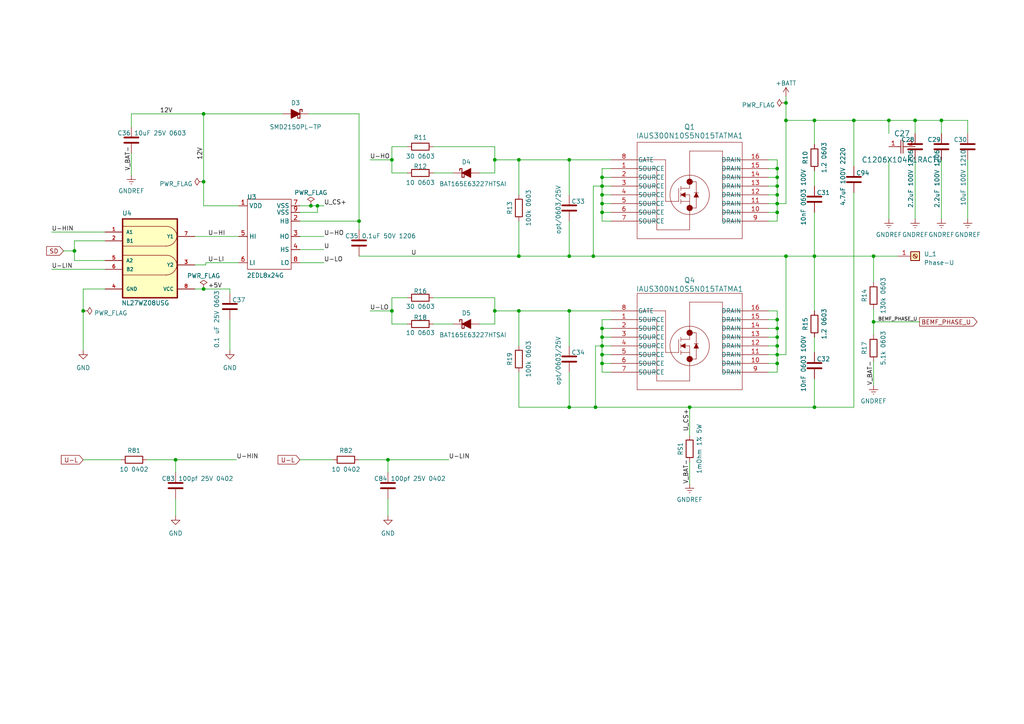
<source format=kicad_sch>
(kicad_sch (version 20231120) (generator "eeschema") (generator_version "8.0")
  (paper "A4")
  (lib_symbols
    (symbol "2EDL8124G:2EDL8124G"
      (property "Reference" "U3" (at -5.08 11.43 0))
      (property "Value" "2EDL8x24G" (at -1.143 -10.668 0))
      (symbol "2EDL8124G_0_1"
        (rectangle (start -6.35 10.795) (end 6.35 -9.525))
      )
      (symbol "2EDL8124G_1_1"
        (pin power_in line (at -8.89 8.89 0) (length 2.54) (name "VDD") (number "1"))
        (pin output line (at 8.89 4.445 180) (length 2.54) (name "HB") (number "2"))
        (pin output line (at 8.89 0 180) (length 2.54) (name "HO") (number "3"))
        (pin output line (at 8.89 -3.81 180) (length 2.54) (name "HS") (number "4"))
        (pin input line (at -8.89 0 0) (length 2.54) (name "HI") (number "5"))
        (pin input line (at -8.89 -7.62 0) (length 2.54) (name "LI") (number "6"))
        (pin power_in line (at 8.89 8.89 180) (length 2.54) (name "VSS") (number "7"))
        (pin output line (at 8.89 -7.62 180) (length 2.54) (name "LO") (number "8"))
        (pin power_in line (at 8.89 6.985 180) (length 2.54) (name "VSS") (number "9"))
      )
    )
    (symbol "C1:C1206X104K1RACTU" (pin_names (offset 0.254))
      (property "Reference" "C" (at 3.81 3.81 0))
      (property "Value" "C1206X104K1RACTU" (at 3.81 -3.81 0))
      (symbol "C1206X104K1RACTU_1_1"
        (polyline (pts (xy 2.54 0) (xy 3.4798 0)) (stroke (width 0.2032)))
        (polyline (pts (xy 3.4798 -1.905) (xy 3.4798 1.905)) (stroke (width 0.2032)))
        (polyline (pts (xy 4.1148 -1.905) (xy 4.1148 1.905)) (stroke (width 0.2032)))
        (polyline (pts (xy 4.1148 0) (xy 5.08 0)) (stroke (width 0.2032)))
        (pin unspecified line (at 0 0 0) (length 2.54) (name "") (number "1"))
        (pin unspecified line (at 7.62 0 180) (length 2.54) (name "") (number "2"))
      )
      (symbol "C1206X104K1RACTU_1_2"
        (polyline (pts (xy -1.905 -4.1148) (xy 1.905 -4.1148)) (stroke (width 0.2032)))
        (polyline (pts (xy -1.905 -3.4798) (xy 1.905 -3.4798)) (stroke (width 0.2032)))
        (polyline (pts (xy 0 -4.1148) (xy 0 -5.08)) (stroke (width 0.2032)))
        (polyline (pts (xy 0 -2.54) (xy 0 -3.4798)) (stroke (width 0.2032)))
        (pin unspecified line (at 0 0 270) (length 2.54) (name "") (number "1"))
        (pin unspecified line (at 0 -7.62 90) (length 2.54) (name "") (number "2"))
      )
    )
    (symbol "Connector:Screw_Terminal_01x01" (pin_names (offset 1.016) hide)
      (property "Reference" "J" (at 0 2.54 0))
      (property "Value" "Screw_Terminal_01x01" (at 0 -2.54 0))
      (symbol "Screw_Terminal_01x01_1_1"
        (rectangle (start -1.27 1.27) (end 1.27 -1.27) (stroke (width 0.254)) (fill (type background)))
        (polyline (pts (xy -0.5334 0.3302) (xy 0.3302 -0.508)) (stroke (width 0.1524)))
        (polyline (pts (xy -0.3556 0.508) (xy 0.508 -0.3302)) (stroke (width 0.1524)))
        (circle (center 0 0) (radius 0.635) (stroke (width 0.1524)))
        (pin passive line (at -5.08 0 0) (length 3.81) (name "Pin_1") (number "1"))
      )
    )
    (symbol "Device:C" (pin_numbers hide) (pin_names (offset 0.254))
      (property "Reference" "C" (at 0.635 2.54 0))
      (property "Value" "C" (at 0.635 -2.54 0))
      (symbol "C_0_1"
        (polyline (pts (xy -2.032 -0.762) (xy 2.032 -0.762)) (stroke (width 0.508)))
        (polyline (pts (xy -2.032 0.762) (xy 2.032 0.762)) (stroke (width 0.508)))
      )
      (symbol "C_1_1"
        (pin passive line (at 0 3.81 270) (length 2.794) (name "~") (number "1"))
        (pin passive line (at 0 -3.81 90) (length 2.794) (name "~") (number "2"))
      )
    )
    (symbol "Device:D_Schottky_Filled" (pin_numbers hide) (pin_names (offset 1.016) hide)
      (property "Reference" "D" (at 0 2.54 0))
      (property "Value" "D_Schottky_Filled" (at 0 -2.54 0))
      (symbol "D_Schottky_Filled_0_1"
        (polyline (pts (xy 1.27 0) (xy -1.27 0)))
        (polyline (pts (xy 1.27 1.27) (xy 1.27 -1.27) (xy -1.27 0) (xy 1.27 1.27)) (stroke (width 0.254)) (fill (type outline)))
        (polyline (pts (xy -1.905 0.635) (xy -1.905 1.27) (xy -1.27 1.27) (xy -1.27 -1.27) (xy -0.635 -1.27) (xy -0.635 -0.635)) (stroke (width 0.254)))
      )
      (symbol "D_Schottky_Filled_1_1"
        (pin passive line (at -3.81 0 0) (length 2.54) (name "K") (number "1"))
        (pin passive line (at 3.81 0 180) (length 2.54) (name "A") (number "2"))
      )
    )
    (symbol "Device:R" (pin_numbers hide) (pin_names (offset 0))
      (property "Reference" "R" (at 2.032 0 90))
      (property "Value" "R" (at 0 0 90))
      (symbol "R_0_1"
        (rectangle (start -1.016 -2.54) (end 1.016 2.54) (stroke (width 0.254)))
      )
      (symbol "R_1_1"
        (pin passive line (at 0 3.81 270) (length 1.27) (name "~") (number "1"))
        (pin passive line (at 0 -3.81 90) (length 1.27) (name "~") (number "2"))
      )
    )
    (symbol "IAUS300N10S5N015T:IAUS300N10S5N015TATMA1" (pin_names (offset 0.254))
      (property "Reference" "Q1" (at 22.86 12.065 0))
      (property "Value" "IAUS300N10S5N015TATMA1" (at 22.86 9.525 0))
      (symbol "IAUS300N10S5N015TATMA1_0_1"
        (polyline (pts (xy 7.62 -20.32) (xy 38.1 -20.32)) (stroke (width 0.127)))
        (polyline (pts (xy 7.62 -12.7) (xy 13.335 -12.7)) (stroke (width 0.127)))
        (polyline (pts (xy 7.62 -10.16) (xy 13.335 -10.16)) (stroke (width 0.127)))
        (polyline (pts (xy 7.62 -7.62) (xy 13.335 -7.62)) (stroke (width 0.127)))
        (polyline (pts (xy 7.62 -5.08) (xy 13.335 -5.08)) (stroke (width 0.127)))
        (polyline (pts (xy 7.62 -2.54) (xy 13.335 -2.54)) (stroke (width 0.127)))
        (polyline (pts (xy 7.62 0) (xy 13.335 0)) (stroke (width 0.127)))
        (polyline (pts (xy 7.62 2.54) (xy 15.875 2.54)) (stroke (width 0.127)))
        (polyline (pts (xy 7.62 7.62) (xy 7.62 -20.32)) (stroke (width 0.127)))
        (polyline (pts (xy 13.335 -17.78) (xy 22.86 -17.78)) (stroke (width 0.127)))
        (polyline (pts (xy 13.335 -15.24) (xy 7.62 -15.24)) (stroke (width 0.127)))
        (polyline (pts (xy 13.335 0) (xy 13.335 -17.78)) (stroke (width 0.127)))
        (polyline (pts (xy 15.875 -9.525) (xy 15.875 2.54)) (stroke (width 0.127)))
        (polyline (pts (xy 19.685 -9.525) (xy 15.875 -9.525)) (stroke (width 0.127)))
        (polyline (pts (xy 19.685 -5.715) (xy 19.685 -9.525)) (stroke (width 0.127)))
        (polyline (pts (xy 20.32 -9.525) (xy 22.86 -9.525)) (stroke (width 0.127)))
        (polyline (pts (xy 20.32 -8.89) (xy 20.32 -10.16)) (stroke (width 0.127)))
        (polyline (pts (xy 20.32 -7.62) (xy 21.59 -8.255)) (stroke (width 0.127)))
        (polyline (pts (xy 20.32 -7.62) (xy 21.59 -6.985)) (stroke (width 0.127)))
        (polyline (pts (xy 20.32 -6.985) (xy 20.32 -8.255)) (stroke (width 0.127)))
        (polyline (pts (xy 20.32 -6.35) (xy 20.32 -5.08)) (stroke (width 0.127)))
        (polyline (pts (xy 20.32 -5.715) (xy 22.86 -5.715)) (stroke (width 0.127)))
        (polyline (pts (xy 21.59 -6.985) (xy 21.59 -8.255)) (stroke (width 0.127)))
        (polyline (pts (xy 22.86 -11.43) (xy 24.765 -11.43)) (stroke (width 0.127)))
        (polyline (pts (xy 22.86 -7.62) (xy 20.32 -7.62)) (stroke (width 0.127)))
        (polyline (pts (xy 22.86 -7.62) (xy 22.86 -17.78)) (stroke (width 0.127)))
        (polyline (pts (xy 22.86 -5.715) (xy 22.86 5.08)) (stroke (width 0.127)))
        (polyline (pts (xy 22.86 -3.81) (xy 24.765 -3.81)) (stroke (width 0.127)))
        (polyline (pts (xy 24.13 -8.255) (xy 25.4 -8.255)) (stroke (width 0.127)))
        (polyline (pts (xy 24.13 -6.985) (xy 25.4 -6.985)) (stroke (width 0.127)))
        (polyline (pts (xy 24.765 -11.43) (xy 24.765 -3.81)) (stroke (width 0.127)))
        (polyline (pts (xy 24.765 -6.985) (xy 24.13 -8.255)) (stroke (width 0.127)))
        (polyline (pts (xy 24.765 -6.985) (xy 25.4 -8.255)) (stroke (width 0.127)))
        (polyline (pts (xy 32.385 -15.24) (xy 32.385 5.08)) (stroke (width 0.127)))
        (polyline (pts (xy 32.385 5.08) (xy 22.86 5.08)) (stroke (width 0.127)))
        (polyline (pts (xy 38.1 -20.32) (xy 38.1 7.62)) (stroke (width 0.127)))
        (polyline (pts (xy 38.1 -15.24) (xy 32.385 -15.24)) (stroke (width 0.127)))
        (polyline (pts (xy 38.1 -12.7) (xy 32.385 -12.7)) (stroke (width 0.127)))
        (polyline (pts (xy 38.1 -10.16) (xy 32.385 -10.16)) (stroke (width 0.127)))
        (polyline (pts (xy 38.1 -7.62) (xy 32.385 -7.62)) (stroke (width 0.127)))
        (polyline (pts (xy 38.1 -5.08) (xy 32.385 -5.08)) (stroke (width 0.127)))
        (polyline (pts (xy 38.1 -2.54) (xy 32.385 -2.54)) (stroke (width 0.127)))
        (polyline (pts (xy 38.1 0) (xy 32.385 0)) (stroke (width 0.127)))
        (polyline (pts (xy 38.1 2.54) (xy 32.385 2.54)) (stroke (width 0.127)))
        (polyline (pts (xy 38.1 7.62) (xy 7.62 7.62)) (stroke (width 0.127)))
        (polyline (pts (xy 20.32 -7.62) (xy 21.59 -6.985) (xy 21.59 -8.255)) (fill (type outline)))
        (polyline (pts (xy 24.13 -8.255) (xy 25.4 -8.255) (xy 24.765 -6.985)) (fill (type outline)))
        (circle (center 22.86 -11.43) (radius 0.127) (stroke (width 0.762)))
        (circle (center 22.86 -7.62) (radius 5.715) (stroke (width 0.127)))
        (circle (center 22.86 -3.81) (radius 0.127) (stroke (width 0.762)))
        (pin passive line (at 0 0 0) (length 7.62) (name "SOURCE") (number "1"))
        (pin passive line (at 45.72 -12.7 180) (length 7.62) (name "DRAIN") (number "10"))
        (pin passive line (at 45.72 -10.16 180) (length 7.62) (name "DRAIN") (number "11"))
        (pin passive line (at 45.72 -7.62 180) (length 7.62) (name "DRAIN") (number "12"))
        (pin passive line (at 45.72 -5.08 180) (length 7.62) (name "DRAIN") (number "13"))
        (pin passive line (at 45.72 -2.54 180) (length 7.62) (name "DRAIN") (number "14"))
        (pin passive line (at 45.72 0 180) (length 7.62) (name "DRAIN") (number "15"))
        (pin passive line (at 45.72 2.54 180) (length 7.62) (name "DRAIN") (number "16"))
        (pin passive line (at 0 -2.54 0) (length 7.62) (name "SOURCE") (number "2"))
        (pin passive line (at 0 -5.08 0) (length 7.62) (name "SOURCE") (number "3"))
        (pin passive line (at 0 -7.62 0) (length 7.62) (name "SOURCE") (number "4"))
        (pin passive line (at 0 -10.16 0) (length 7.62) (name "SOURCE") (number "5"))
        (pin passive line (at 0 -12.7 0) (length 7.62) (name "SOURCE") (number "6"))
        (pin passive line (at 0 -15.24 0) (length 7.62) (name "SOURCE") (number "7"))
        (pin input line (at 0 2.54 0) (length 7.62) (name "GATE") (number "8"))
        (pin passive line (at 45.72 -15.24 180) (length 7.62) (name "DRAIN") (number "9"))
      )
    )
    (symbol "IAUS300N10S5N015TATMA1_1" (pin_names (offset 0.254))
      (property "Reference" "Q4" (at 22.86 11.43 0))
      (property "Value" "IAUS300N10S5N015TATMA1" (at 22.86 8.89 0))
      (symbol "IAUS300N10S5N015TATMA1_1_0_1"
        (polyline (pts (xy 7.62 -20.32) (xy 38.1 -20.32)) (stroke (width 0.127)))
        (polyline (pts (xy 7.62 -12.7) (xy 13.335 -12.7)) (stroke (width 0.127)))
        (polyline (pts (xy 7.62 -10.16) (xy 13.335 -10.16)) (stroke (width 0.127)))
        (polyline (pts (xy 7.62 -7.62) (xy 13.335 -7.62)) (stroke (width 0.127)))
        (polyline (pts (xy 7.62 -5.08) (xy 13.335 -5.08)) (stroke (width 0.127)))
        (polyline (pts (xy 7.62 -2.54) (xy 13.335 -2.54)) (stroke (width 0.127)))
        (polyline (pts (xy 7.62 0) (xy 13.335 0)) (stroke (width 0.127)))
        (polyline (pts (xy 7.62 2.54) (xy 15.875 2.54)) (stroke (width 0.127)))
        (polyline (pts (xy 7.62 7.62) (xy 7.62 -20.32)) (stroke (width 0.127)))
        (polyline (pts (xy 13.335 -17.78) (xy 22.86 -17.78)) (stroke (width 0.127)))
        (polyline (pts (xy 13.335 -15.24) (xy 7.62 -15.24)) (stroke (width 0.127)))
        (polyline (pts (xy 13.335 0) (xy 13.335 -17.78)) (stroke (width 0.127)))
        (polyline (pts (xy 15.875 -9.525) (xy 15.875 2.54)) (stroke (width 0.127)))
        (polyline (pts (xy 19.685 -9.525) (xy 15.875 -9.525)) (stroke (width 0.127)))
        (polyline (pts (xy 19.685 -5.715) (xy 19.685 -9.525)) (stroke (width 0.127)))
        (polyline (pts (xy 20.32 -9.525) (xy 22.86 -9.525)) (stroke (width 0.127)))
        (polyline (pts (xy 20.32 -8.89) (xy 20.32 -10.16)) (stroke (width 0.127)))
        (polyline (pts (xy 20.32 -7.62) (xy 21.59 -8.255)) (stroke (width 0.127)))
        (polyline (pts (xy 20.32 -7.62) (xy 21.59 -6.985)) (stroke (width 0.127)))
        (polyline (pts (xy 20.32 -6.985) (xy 20.32 -8.255)) (stroke (width 0.127)))
        (polyline (pts (xy 20.32 -6.35) (xy 20.32 -5.08)) (stroke (width 0.127)))
        (polyline (pts (xy 20.32 -5.715) (xy 22.86 -5.715)) (stroke (width 0.127)))
        (polyline (pts (xy 21.59 -6.985) (xy 21.59 -8.255)) (stroke (width 0.127)))
        (polyline (pts (xy 22.86 -11.43) (xy 24.765 -11.43)) (stroke (width 0.127)))
        (polyline (pts (xy 22.86 -7.62) (xy 20.32 -7.62)) (stroke (width 0.127)))
        (polyline (pts (xy 22.86 -7.62) (xy 22.86 -17.78)) (stroke (width 0.127)))
        (polyline (pts (xy 22.86 -5.715) (xy 22.86 5.08)) (stroke (width 0.127)))
        (polyline (pts (xy 22.86 -3.81) (xy 24.765 -3.81)) (stroke (width 0.127)))
        (polyline (pts (xy 24.13 -8.255) (xy 25.4 -8.255)) (stroke (width 0.127)))
        (polyline (pts (xy 24.13 -6.985) (xy 25.4 -6.985)) (stroke (width 0.127)))
        (polyline (pts (xy 24.765 -11.43) (xy 24.765 -3.81)) (stroke (width 0.127)))
        (polyline (pts (xy 24.765 -6.985) (xy 24.13 -8.255)) (stroke (width 0.127)))
        (polyline (pts (xy 24.765 -6.985) (xy 25.4 -8.255)) (stroke (width 0.127)))
        (polyline (pts (xy 32.385 -15.24) (xy 32.385 5.08)) (stroke (width 0.127)))
        (polyline (pts (xy 32.385 5.08) (xy 22.86 5.08)) (stroke (width 0.127)))
        (polyline (pts (xy 38.1 -20.32) (xy 38.1 7.62)) (stroke (width 0.127)))
        (polyline (pts (xy 38.1 -15.24) (xy 32.385 -15.24)) (stroke (width 0.127)))
        (polyline (pts (xy 38.1 -12.7) (xy 32.385 -12.7)) (stroke (width 0.127)))
        (polyline (pts (xy 38.1 -10.16) (xy 32.385 -10.16)) (stroke (width 0.127)))
        (polyline (pts (xy 38.1 -7.62) (xy 32.385 -7.62)) (stroke (width 0.127)))
        (polyline (pts (xy 38.1 -5.08) (xy 32.385 -5.08)) (stroke (width 0.127)))
        (polyline (pts (xy 38.1 -2.54) (xy 32.385 -2.54)) (stroke (width 0.127)))
        (polyline (pts (xy 38.1 0) (xy 32.385 0)) (stroke (width 0.127)))
        (polyline (pts (xy 38.1 2.54) (xy 32.385 2.54)) (stroke (width 0.127)))
        (polyline (pts (xy 38.1 7.62) (xy 7.62 7.62)) (stroke (width 0.127)))
        (polyline (pts (xy 20.32 -7.62) (xy 21.59 -6.985) (xy 21.59 -8.255)) (fill (type outline)))
        (polyline (pts (xy 24.13 -8.255) (xy 25.4 -8.255) (xy 24.765 -6.985)) (fill (type outline)))
        (circle (center 22.86 -11.43) (radius 0.127) (stroke (width 0.762)))
        (circle (center 22.86 -7.62) (radius 5.715) (stroke (width 0.127)))
        (circle (center 22.86 -3.81) (radius 0.127) (stroke (width 0.762)))
        (pin passive line (at 0 0 0) (length 7.62) (name "SOURCE") (number "1"))
        (pin passive line (at 45.72 -12.7 180) (length 7.62) (name "DRAIN") (number "10"))
        (pin passive line (at 45.72 -10.16 180) (length 7.62) (name "DRAIN") (number "11"))
        (pin passive line (at 45.72 -7.62 180) (length 7.62) (name "DRAIN") (number "12"))
        (pin passive line (at 45.72 -5.08 180) (length 7.62) (name "DRAIN") (number "13"))
        (pin passive line (at 45.72 -2.54 180) (length 7.62) (name "DRAIN") (number "14"))
        (pin passive line (at 45.72 0 180) (length 7.62) (name "DRAIN") (number "15"))
        (pin passive line (at 45.72 2.54 180) (length 7.62) (name "DRAIN") (number "16"))
        (pin passive line (at 0 -2.54 0) (length 7.62) (name "SOURCE") (number "2"))
        (pin passive line (at 0 -5.08 0) (length 7.62) (name "SOURCE") (number "3"))
        (pin passive line (at 0 -7.62 0) (length 7.62) (name "SOURCE") (number "4"))
        (pin passive line (at 0 -10.16 0) (length 7.62) (name "SOURCE") (number "5"))
        (pin passive line (at 0 -12.7 0) (length 7.62) (name "SOURCE") (number "6"))
        (pin passive line (at 0 -15.24 0) (length 7.62) (name "SOURCE") (number "7"))
        (pin input line (at 0 2.54 0) (length 7.62) (name "GATE") (number "8"))
        (pin passive line (at 45.72 -15.24 180) (length 7.62) (name "DRAIN") (number "9"))
      )
    )
    (symbol "NL27WZ08USG:NL27WZ08USG" (pin_names (offset 1.016))
      (property "Reference" "U4" (at -6.35 13.081 0))
      (property "Value" "NL27WZ08USG" (at -1.016 -12.954 0))
      (symbol "NL27WZ08USG_0_0"
        (rectangle (start -7.62 11.43) (end 8.255 -11.43) (stroke (width 0.4064)) (fill (type background)))
        (pin input line (at -12.7 7.62 0) (length 5.08) (name "A1") (number "1"))
        (pin input line (at -12.7 5.08 0) (length 5.08) (name "B1") (number "2"))
        (pin output line (at 13.335 -1.905 180) (length 5.08) (name "Y2") (number "3"))
        (pin power_in line (at -12.7 -8.89 0) (length 5.08) (name "GND") (number "4"))
        (pin input line (at -12.7 -0.635 0) (length 5.08) (name "A2") (number "5"))
        (pin input line (at -12.7 -3.175 0) (length 5.08) (name "B2") (number "6"))
        (pin output line (at 13.335 6.35 180) (length 5.08) (name "Y1") (number "7"))
        (pin power_in line (at 13.335 -8.89 180) (length 5.08) (name "VCC") (number "8"))
      )
      (symbol "NL27WZ08USG_0_1"
        (polyline (pts (xy -7.62 -4.826) (xy 5.08 -4.826)))
        (polyline (pts (xy -7.62 0.889) (xy 5.08 0.889)))
        (polyline (pts (xy -7.62 3.556) (xy 5.08 3.556)))
        (polyline (pts (xy -7.62 9.271) (xy 5.08 9.271)))
        (arc (start 4.9529 -4.8259) (mid 7.1715 -3.9594) (end 8.128 -1.778))
        (arc (start 4.9529 3.5561) (mid 7.1716 4.4226) (end 8.128 6.604))
        (arc (start 8.128 -2.032) (mid 7.2054 0.056) (end 5.08 0.889))
        (arc (start 8.128 6.35) (mid 7.2054 8.438) (end 5.08 9.271))
      )
    )
    (symbol "power:+BATT" (power) (pin_names (offset 0))
      (property "Value" "+BATT" (at 0 3.556 0))
      (symbol "+BATT_0_1"
        (polyline (pts (xy -0.762 1.27) (xy 0 2.54)))
        (polyline (pts (xy 0 0) (xy 0 2.54)))
        (polyline (pts (xy 0 2.54) (xy 0.762 1.27)))
      )
      (symbol "+BATT_1_1"
        (pin power_in line (at 0 0 90) (length 0) hide (name "+BATT") (number "1"))
      )
    )
    (symbol "power:GND" (power) (pin_names (offset 0))
      (property "Value" "GND" (at 0 -3.81 0))
      (symbol "GND_0_1"
        (polyline (pts (xy 0 0) (xy 0 -1.27) (xy 1.27 -1.27) (xy 0 -2.54) (xy -1.27 -1.27) (xy 0 -1.27)))
      )
      (symbol "GND_1_1"
        (pin power_in line (at 0 0 270) (length 0) hide (name "GND") (number "1"))
      )
    )
    (symbol "power:GNDREF" (power) (pin_names (offset 0))
      (property "Value" "GNDREF" (at 0 -3.81 0))
      (symbol "GNDREF_0_1"
        (polyline (pts (xy -0.635 -1.905) (xy 0.635 -1.905)))
        (polyline (pts (xy -0.127 -2.54) (xy 0.127 -2.54)))
        (polyline (pts (xy 0 -1.27) (xy 0 0)))
        (polyline (pts (xy 1.27 -1.27) (xy -1.27 -1.27)))
      )
      (symbol "GNDREF_1_1"
        (pin power_in line (at 0 0 270) (length 0) hide (name "GNDREF") (number "1"))
      )
    )
    (symbol "power:PWR_FLAG" (power) (pin_numbers hide) (pin_names (offset 0) hide)
      (property "Value" "PWR_FLAG" (at 0 3.81 0))
      (symbol "PWR_FLAG_0_0"
        (pin power_out line (at 0 0 90) (length 0) (name "pwr") (number "1"))
      )
      (symbol "PWR_FLAG_0_1"
        (polyline (pts (xy 0 0) (xy 0 1.27) (xy -1.016 1.905) (xy 0 2.54) (xy 1.016 1.905) (xy 0 1.27)))
      )
    )
  )
  (junction (at 253.365 74.295))
  (junction (at 165.1 74.295))
  (junction (at 165.1 46.355))
  (junction (at 253.365 93.345))
  (junction (at 225.425 97.79))
  (junction (at 59.055 83.82))
  (junction (at 225.425 56.515))
  (junction (at 225.425 100.33))
  (junction (at 174.625 100.33))
  (junction (at 174.625 105.41))
  (junction (at 273.05 34.925))
  (junction (at 257.81 34.925))
  (junction (at 174.625 102.87))
  (junction (at 225.425 95.25))
  (junction (at 150.495 90.17))
  (junction (at 227.965 74.295))
  (junction (at 104.14 64.135))
  (junction (at 227.965 34.925))
  (junction (at 59.055 52.705))
  (junction (at 174.625 53.975))
  (junction (at 112.522 133.35))
  (junction (at 143.51 90.17))
  (junction (at 225.425 92.71))
  (junction (at 265.43 34.925))
  (junction (at 174.625 56.515))
  (junction (at 150.495 74.295))
  (junction (at 225.425 105.41))
  (junction (at 143.51 46.355))
  (junction (at 227.965 29.845))
  (junction (at 150.495 46.355))
  (junction (at 165.1 90.17))
  (junction (at 236.22 118.11))
  (junction (at 165.1 118.11))
  (junction (at 113.665 90.17))
  (junction (at 236.22 74.295))
  (junction (at 174.625 61.595))
  (junction (at 225.425 48.895))
  (junction (at 174.625 97.79))
  (junction (at 21.59 72.771))
  (junction (at 225.425 59.055))
  (junction (at 174.625 59.055))
  (junction (at 225.425 53.975))
  (junction (at 59.055 33.02))
  (junction (at 225.425 51.435))
  (junction (at 200.025 118.11))
  (junction (at 174.625 51.435))
  (junction (at 247.65 34.925))
  (junction (at 92.075 59.69))
  (junction (at 225.425 102.87))
  (junction (at 172.085 74.295))
  (junction (at 172.72 118.11))
  (junction (at 50.927 133.35))
  (junction (at 90.17 59.69))
  (junction (at 24.13 90.17))
  (junction (at 225.425 61.595))
  (junction (at 236.22 34.925))
  (junction (at 113.665 46.355))
  (junction (at 174.625 95.25))
  (wire (pts (xy 227.965 29.845) (xy 227.965 34.925)))
  (wire (pts (xy 21.59 72.771) (xy 21.59 75.565)))
  (wire (pts (xy 113.665 50.165) (xy 118.11 50.165)))
  (wire (pts (xy 225.425 100.33) (xy 225.425 102.87)))
  (wire (pts (xy 222.885 51.435) (xy 225.425 51.435)))
  (wire (pts (xy 104.14 33.02) (xy 104.14 64.135)))
  (wire (pts (xy 174.625 105.41) (xy 174.625 107.95)))
  (wire (pts (xy 113.665 93.98) (xy 118.11 93.98)))
  (wire (pts (xy 104.14 74.295) (xy 150.495 74.295)))
  (wire (pts (xy 174.625 59.055) (xy 177.165 59.055)))
  (wire (pts (xy 150.495 118.11) (xy 150.495 107.95)))
  (wire (pts (xy 59.055 33.02) (xy 59.055 52.705)))
  (wire (pts (xy 50.927 133.35) (xy 68.58 133.35)))
  (wire (pts (xy 14.986 78.105) (xy 30.48 78.105)))
  (wire (pts (xy 165.1 90.17) (xy 165.1 100.33)))
  (wire (pts (xy 257.81 38.735) (xy 257.81 34.925)))
  (wire (pts (xy 90.17 59.69) (xy 92.075 59.69)))
  (wire (pts (xy 174.625 56.515) (xy 177.165 56.515)))
  (wire (pts (xy 236.22 34.925) (xy 247.65 34.925)))
  (wire (pts (xy 143.51 42.545) (xy 125.73 42.545)))
  (wire (pts (xy 225.425 56.515) (xy 225.425 53.975)))
  (wire (pts (xy 253.365 89.535) (xy 253.365 93.345)))
  (wire (pts (xy 253.365 74.295) (xy 260.35 74.295)))
  (wire (pts (xy 174.625 59.055) (xy 174.625 61.595)))
  (wire (pts (xy 113.665 42.545) (xy 113.665 46.355)))
  (wire (pts (xy 112.522 133.35) (xy 112.522 137.033)))
  (wire (pts (xy 86.995 133.35) (xy 96.52 133.35)))
  (wire (pts (xy 257.81 34.925) (xy 265.43 34.925)))
  (wire (pts (xy 227.965 27.94) (xy 227.965 29.845)))
  (wire (pts (xy 174.625 100.33) (xy 177.165 100.33)))
  (wire (pts (xy 113.665 86.36) (xy 113.665 90.17)))
  (wire (pts (xy 222.885 90.17) (xy 225.425 90.17)))
  (wire (pts (xy 177.165 90.17) (xy 165.1 90.17)))
  (wire (pts (xy 143.51 86.36) (xy 143.51 90.17)))
  (wire (pts (xy 222.885 102.87) (xy 225.425 102.87)))
  (wire (pts (xy 143.51 86.36) (xy 125.73 86.36)))
  (wire (pts (xy 225.425 59.055) (xy 227.965 59.055)))
  (wire (pts (xy 125.73 93.98) (xy 131.445 93.98)))
  (wire (pts (xy 174.625 97.79) (xy 174.625 100.33)))
  (wire (pts (xy 225.425 90.17) (xy 225.425 92.71)))
  (wire (pts (xy 174.625 95.25) (xy 177.165 95.25)))
  (wire (pts (xy 56.515 83.82) (xy 59.055 83.82)))
  (wire (pts (xy 273.05 46.355) (xy 273.05 63.5)))
  (wire (pts (xy 107.315 46.355) (xy 113.665 46.355)))
  (wire (pts (xy 150.495 74.295) (xy 150.495 64.135)))
  (wire (pts (xy 21.59 69.85) (xy 21.59 72.771)))
  (wire (pts (xy 113.665 90.17) (xy 113.665 93.98)))
  (wire (pts (xy 227.965 74.295) (xy 236.22 74.295)))
  (wire (pts (xy 42.672 133.35) (xy 50.927 133.35)))
  (wire (pts (xy 265.43 38.735) (xy 265.43 34.925)))
  (wire (pts (xy 247.65 48.26) (xy 247.65 34.925)))
  (wire (pts (xy 236.22 118.11) (xy 200.025 118.11)))
  (wire (pts (xy 200.025 118.11) (xy 200.025 126.365)))
  (wire (pts (xy 227.965 34.925) (xy 227.965 59.055)))
  (wire (pts (xy 222.885 95.25) (xy 225.425 95.25)))
  (wire (pts (xy 222.885 100.33) (xy 225.425 100.33)))
  (wire (pts (xy 273.05 38.735) (xy 273.05 34.925)))
  (wire (pts (xy 236.22 74.295) (xy 236.22 90.17)))
  (wire (pts (xy 177.165 53.975) (xy 174.625 53.975)))
  (wire (pts (xy 265.43 34.925) (xy 273.05 34.925)))
  (wire (pts (xy 253.365 74.295) (xy 253.365 81.915)))
  (wire (pts (xy 280.67 46.355) (xy 280.67 63.5)))
  (wire (pts (xy 222.885 105.41) (xy 225.425 105.41)))
  (wire (pts (xy 247.65 118.11) (xy 236.22 118.11)))
  (wire (pts (xy 139.065 50.165) (xy 143.51 50.165)))
  (wire (pts (xy 225.425 46.355) (xy 222.885 46.355)))
  (wire (pts (xy 236.22 49.53) (xy 236.22 53.975)))
  (wire (pts (xy 165.1 118.11) (xy 172.72 118.11)))
  (wire (pts (xy 222.885 53.975) (xy 225.425 53.975)))
  (wire (pts (xy 143.51 90.17) (xy 150.495 90.17)))
  (wire (pts (xy 236.22 41.91) (xy 236.22 34.925)))
  (wire (pts (xy 59.055 52.705) (xy 59.055 59.69)))
  (wire (pts (xy 177.165 92.71) (xy 174.625 92.71)))
  (wire (pts (xy 104.14 64.135) (xy 104.14 66.675)))
  (wire (pts (xy 86.995 59.69) (xy 90.17 59.69)))
  (wire (pts (xy 174.625 102.87) (xy 177.165 102.87)))
  (wire (pts (xy 143.51 46.355) (xy 150.495 46.355)))
  (wire (pts (xy 59.055 59.69) (xy 69.215 59.69)))
  (wire (pts (xy 113.665 42.545) (xy 118.11 42.545)))
  (wire (pts (xy 86.995 76.2) (xy 93.98 76.2)))
  (wire (pts (xy 200.025 133.985) (xy 200.025 140.335)))
  (wire (pts (xy 253.365 93.345) (xy 253.365 97.155)))
  (wire (pts (xy 174.625 53.975) (xy 174.625 56.515)))
  (wire (pts (xy 143.51 50.165) (xy 143.51 46.355)))
  (wire (pts (xy 18.415 72.771) (xy 21.59 72.771)))
  (wire (pts (xy 174.625 53.975) (xy 172.085 53.975)))
  (wire (pts (xy 165.1 74.295) (xy 172.085 74.295)))
  (wire (pts (xy 165.1 118.11) (xy 150.495 118.11)))
  (wire (pts (xy 125.73 50.165) (xy 131.445 50.165)))
  (wire (pts (xy 222.885 97.79) (xy 225.425 97.79)))
  (wire (pts (xy 66.675 83.82) (xy 66.675 85.09)))
  (wire (pts (xy 222.885 64.135) (xy 225.425 64.135)))
  (wire (pts (xy 150.495 90.17) (xy 150.495 100.33)))
  (wire (pts (xy 236.22 97.79) (xy 236.22 102.235)))
  (wire (pts (xy 104.14 133.35) (xy 112.522 133.35)))
  (wire (pts (xy 225.425 51.435) (xy 225.425 48.895)))
  (wire (pts (xy 59.69 76.2) (xy 69.215 76.2)))
  (wire (pts (xy 165.1 46.355) (xy 150.495 46.355)))
  (wire (pts (xy 177.165 105.41) (xy 174.625 105.41)))
  (wire (pts (xy 50.927 133.35) (xy 50.927 137.033)))
  (wire (pts (xy 24.13 133.35) (xy 35.052 133.35)))
  (wire (pts (xy 225.425 59.055) (xy 225.425 56.515)))
  (wire (pts (xy 236.22 61.595) (xy 236.22 74.295)))
  (wire (pts (xy 112.522 133.35) (xy 130.175 133.35)))
  (wire (pts (xy 165.1 46.355) (xy 177.165 46.355)))
  (wire (pts (xy 107.315 90.17) (xy 113.665 90.17)))
  (wire (pts (xy 143.51 90.17) (xy 143.51 93.98)))
  (wire (pts (xy 174.625 107.95) (xy 177.165 107.95)))
  (wire (pts (xy 225.425 105.41) (xy 225.425 107.95)))
  (wire (pts (xy 30.48 83.82) (xy 24.13 83.82)))
  (wire (pts (xy 59.055 33.02) (xy 81.915 33.02)))
  (wire (pts (xy 38.1 33.02) (xy 38.1 36.83)))
  (wire (pts (xy 56.515 76.835) (xy 59.69 76.835)))
  (wire (pts (xy 113.665 46.355) (xy 113.665 50.165)))
  (wire (pts (xy 165.1 56.515) (xy 165.1 46.355)))
  (wire (pts (xy 236.22 74.295) (xy 253.365 74.295)))
  (wire (pts (xy 174.625 102.87) (xy 174.625 105.41)))
  (wire (pts (xy 14.986 67.31) (xy 30.48 67.31)))
  (wire (pts (xy 38.1 33.02) (xy 59.055 33.02)))
  (wire (pts (xy 165.1 74.295) (xy 150.495 74.295)))
  (wire (pts (xy 174.625 51.435) (xy 177.165 51.435)))
  (wire (pts (xy 225.425 53.975) (xy 225.425 51.435)))
  (wire (pts (xy 174.625 100.33) (xy 172.72 100.33)))
  (wire (pts (xy 225.425 97.79) (xy 225.425 100.33)))
  (wire (pts (xy 225.425 64.135) (xy 225.425 61.595)))
  (wire (pts (xy 174.625 61.595) (xy 174.625 64.135)))
  (wire (pts (xy 150.495 46.355) (xy 150.495 56.515)))
  (wire (pts (xy 86.995 68.58) (xy 93.98 68.58)))
  (wire (pts (xy 174.625 48.895) (xy 174.625 51.435)))
  (wire (pts (xy 225.425 95.25) (xy 225.425 97.79)))
  (wire (pts (xy 225.425 92.71) (xy 225.425 95.25)))
  (wire (pts (xy 222.885 59.055) (xy 225.425 59.055)))
  (wire (pts (xy 172.72 100.33) (xy 172.72 118.11)))
  (wire (pts (xy 265.43 46.355) (xy 265.43 63.5)))
  (wire (pts (xy 225.425 48.895) (xy 225.425 46.355)))
  (wire (pts (xy 172.72 118.11) (xy 200.025 118.11)))
  (wire (pts (xy 222.885 48.895) (xy 225.425 48.895)))
  (wire (pts (xy 227.965 74.295) (xy 227.965 102.87)))
  (wire (pts (xy 236.22 34.925) (xy 227.965 34.925)))
  (wire (pts (xy 257.81 63.5) (xy 257.81 46.355)))
  (wire (pts (xy 92.075 59.69) (xy 93.98 59.69)))
  (wire (pts (xy 280.67 38.735) (xy 280.67 34.925)))
  (wire (pts (xy 227.965 102.87) (xy 225.425 102.87)))
  (wire (pts (xy 174.625 61.595) (xy 177.165 61.595)))
  (wire (pts (xy 38.1 44.45) (xy 38.1 50.8)))
  (wire (pts (xy 165.1 90.17) (xy 150.495 90.17)))
  (wire (pts (xy 174.625 51.435) (xy 174.625 53.975)))
  (wire (pts (xy 174.625 97.79) (xy 177.165 97.79)))
  (wire (pts (xy 273.05 34.925) (xy 280.67 34.925)))
  (wire (pts (xy 174.625 100.33) (xy 174.625 102.87)))
  (wire (pts (xy 30.48 69.85) (xy 21.59 69.85)))
  (wire (pts (xy 165.1 107.95) (xy 165.1 118.11)))
  (wire (pts (xy 66.675 92.71) (xy 66.675 101.6)))
  (wire (pts (xy 86.995 64.135) (xy 104.14 64.135)))
  (wire (pts (xy 139.065 93.98) (xy 143.51 93.98)))
  (wire (pts (xy 225.425 107.95) (xy 222.885 107.95)))
  (wire (pts (xy 222.885 61.595) (xy 225.425 61.595)))
  (wire (pts (xy 86.995 72.39) (xy 93.98 72.39)))
  (wire (pts (xy 165.1 64.135) (xy 165.1 74.295)))
  (wire (pts (xy 104.14 33.02) (xy 89.535 33.02)))
  (wire (pts (xy 236.22 109.855) (xy 236.22 118.11)))
  (wire (pts (xy 174.625 56.515) (xy 174.625 59.055)))
  (wire (pts (xy 257.81 34.925) (xy 247.65 34.925)))
  (wire (pts (xy 59.055 83.82) (xy 66.675 83.82)))
  (wire (pts (xy 112.522 144.653) (xy 112.522 149.606)))
  (wire (pts (xy 92.075 59.69) (xy 92.075 61.595)))
  (wire (pts (xy 222.885 92.71) (xy 225.425 92.71)))
  (wire (pts (xy 225.425 102.87) (xy 225.425 105.41)))
  (wire (pts (xy 24.13 83.82) (xy 24.13 90.17)))
  (wire (pts (xy 172.085 74.295) (xy 227.965 74.295)))
  (wire (pts (xy 50.927 144.653) (xy 50.927 149.606)))
  (wire (pts (xy 113.665 86.36) (xy 118.11 86.36)))
  (wire (pts (xy 143.51 46.355) (xy 143.51 42.545)))
  (wire (pts (xy 86.995 61.595) (xy 92.075 61.595)))
  (wire (pts (xy 222.885 56.515) (xy 225.425 56.515)))
  (wire (pts (xy 172.085 53.975) (xy 172.085 74.295)))
  (wire (pts (xy 253.365 93.345) (xy 266.7 93.345)))
  (wire (pts (xy 21.59 75.565) (xy 30.48 75.565)))
  (wire (pts (xy 174.625 92.71) (xy 174.625 95.25)))
  (wire (pts (xy 24.13 90.17) (xy 24.13 101.6)))
  (wire (pts (xy 247.65 55.88) (xy 247.65 118.11)))
  (wire (pts (xy 225.425 61.595) (xy 225.425 59.055)))
  (wire (pts (xy 177.165 48.895) (xy 174.625 48.895)))
  (wire (pts (xy 174.625 95.25) (xy 174.625 97.79)))
  (wire (pts (xy 56.515 68.58) (xy 69.215 68.58)))
  (wire (pts (xy 174.625 64.135) (xy 177.165 64.135)))
  (wire (pts (xy 59.69 76.2) (xy 59.69 76.835)))
  (wire (pts (xy 253.365 104.775) (xy 253.365 111.76)))
  (label "U-HI" (at 60.325 68.58 0))
  (label "BEMF_PHASE_U" (at 254.635 93.345 0) (effects (font (size 1 1))))
  (label "U" (at 93.98 72.39 0))
  (label "U-LIN" (at 14.986 78.105 0))
  (label "U-HO" (at 107.315 46.355 0))
  (label "V_BAT-" (at 38.1 49.53 90))
  (label "U" (at 119.253 74.295 0))
  (label "U_CS+" (at 200.025 125.095 90))
  (label "U-HIN" (at 14.986 67.31 0))
  (label "U-LI" (at 60.325 76.2 0))
  (label "U-HO" (at 93.98 68.58 0))
  (label "12V" (at 46.355 33.02 0))
  (label "U-HIN" (at 68.58 133.35 0))
  (label "U_CS+" (at 93.98 59.69 0))
  (label "+5V" (at 60.325 83.82 0))
  (label "V_BAT-" (at 253.365 111.76 90))
  (label "U-LO" (at 93.98 76.2 0))
  (label "V_BAT-" (at 200.025 140.335 90))
  (label "12V" (at 59.055 46.355 90))
  (label "U-LIN" (at 130.175 133.35 0))
  (label "U-LO" (at 107.315 90.17 0))
  (global_label "BEMF_PHASE_U" (shape output) (at 266.7 93.345 0) (property "Intersheetrefs" "${INTERSHEET_REFS}" (effects (hide yes))))
  (global_label "U-L" (shape input) (at 24.13 133.35 180) (property "Intersheetrefs" "${INTERSHEET_REFS}" (effects (hide yes))))
  (global_label "SD" (shape input) (at 18.415 72.771 180) (property "Intersheetrefs" "${INTERSHEET_REFS}" (effects (hide yes))))
  (global_label "U-L" (shape input) (at 86.995 133.35 180) (property "Intersheetrefs" "${INTERSHEET_REFS}" (effects (hide yes))))
  (symbol (lib_id "Device:D_Schottky_Filled") (at 85.725 33.02 0) (mirror y) (unit 1)
    (property "Reference" "D3" (at 85.725 29.845 0))
    (property "Value" "SMD2150PL-TP" (at 85.725 36.83 0))
    (property "Footprint" "Misc-Footprints:D3" (effects (hide yes)))
  )
  (symbol (lib_id "power:GNDREF") (at 253.365 111.76 0) (unit 1)
    (property "Reference" "#PWR071" (effects (hide yes)))
    (property "Value" "GNDREF" (at 253.365 116.332 0))
  )
  (symbol (lib_name "IAUS300N10S5N015TATMA1_1") (lib_id "IAUS300N10S5N015T:IAUS300N10S5N015TATMA1") (at 177.165 92.71 0) (unit 1)
    (property "Reference" "Q4" (at 200.025 81.28 0) (effects (font (size 1.524 1.524))))
    (property "Value" "IAUS300N10S5N015TATMA1" (at 200.025 83.82 0) (effects (font (size 1.524 1.524))))
    (property "Footprint" "Misc-Footprints:J4" (effects (hide yes)))
    (property "Datasheet" "IAUS300N10S5N015TATMA1" (effects (hide yes)))
  )
  (symbol (lib_id "Device:R") (at 150.495 104.14 180) (unit 1)
    (property "Reference" "R19" (at 147.828 104.14 90))
    (property "Value" "100k 0603" (at 153.289 104.14 90))
  )
  (symbol (lib_id "Device:R") (at 38.862 133.35 90) (unit 1)
    (property "Reference" "R81" (at 38.862 130.683 90))
    (property "Value" "10 0402" (at 38.862 136.144 90))
  )
  (symbol (lib_id "Device:C") (at 236.22 106.045 0) (unit 1)
    (property "Reference" "C32" (at 236.855 104.14 0) (effects (justify left)))
    (property "Value" "10nF 0603 100V" (at 233.045 113.665 90) (effects (justify left)))
    (property "Footprint" "Kap-1206-Footprints:C31" (effects (hide yes)))
    (property "Datasheet" "C31" (effects (hide yes)))
  )
  (symbol (lib_id "power:GNDREF") (at 257.81 63.5 0) (unit 1)
    (property "Reference" "#PWR073" (effects (hide yes)))
    (property "Value" "GNDREF" (at 257.81 68.072 0))
  )
  (symbol (lib_id "Device:R") (at 121.92 42.545 90) (unit 1)
    (property "Reference" "R11" (at 121.92 39.878 90))
    (property "Value" "30 0603" (at 121.92 45.339 90))
  )
  (symbol (lib_id "Device:C") (at 38.1 40.64 0) (unit 1)
    (property "Reference" "C36" (at 34.036 38.608 0) (effects (justify left)))
    (property "Value" "10uF 25V 0603" (at 38.862 38.608 0) (effects (justify left)))
    (property "Footprint" "Kap-1206-Footprints:C36" (effects (hide yes)))
    (property "Datasheet" "C36" (effects (hide yes)))
  )
  (symbol (lib_id "Device:R") (at 200.025 130.175 180) (unit 1)
    (property "Reference" "RS1" (at 197.358 130.175 90))
    (property "Value" "1mOhm 1% 5W" (at 202.819 130.175 90))
    (property "Footprint" "infineon-library-footprints:HCS3920FT1L00" (effects (hide yes)))
  )
  (symbol (lib_id "power:GNDREF") (at 265.43 63.5 0) (unit 1)
    (property "Reference" "#PWR074" (effects (hide yes)))
    (property "Value" "GNDREF" (at 265.43 68.072 0))
  )
  (symbol (lib_id "Device:C") (at 236.22 57.785 0) (unit 1)
    (property "Reference" "C31" (at 236.855 55.88 0) (effects (justify left)))
    (property "Value" "10nF 0603 100V" (at 233.045 65.405 90) (effects (justify left)))
    (property "Footprint" "Kap-1206-Footprints:C31" (effects (hide yes)))
    (property "Datasheet" "C31" (effects (hide yes)))
  )
  (symbol (lib_id "power:PWR_FLAG") (at 90.17 59.69 0) (unit 1)
    (property "Reference" "#FLG013" (effects (hide yes)))
    (property "Value" "PWR_FLAG" (at 90.17 55.88 0))
  )
  (symbol (lib_id "Connector:Screw_Terminal_01x01") (at 265.43 74.295 0) (unit 1)
    (property "Reference" "U_1" (at 267.97 73.66 0) (effects (justify left)))
    (property "Value" "Phase-U" (at 267.97 76.2 0) (effects (justify left)))
  )
  (symbol (lib_id "Device:C") (at 247.65 52.07 0) (unit 1)
    (property "Reference" "C94" (at 248.285 50.165 0) (effects (justify left)))
    (property "Value" "4.7uF 100V 2220" (at 244.475 59.69 90) (effects (justify left)))
    (property "Footprint" "Kap-1206-Footprints:C94" (effects (hide yes)))
    (property "Datasheet" "C94" (effects (hide yes)))
  )
  (symbol (lib_id "power:PWR_FLAG") (at 59.055 52.705 90) (unit 1)
    (property "Reference" "#FLG012" (effects (hide yes)))
    (property "Value" "PWR_FLAG" (at 55.88 53.34 90) (effects (justify left)))
  )
  (symbol (lib_id "power:GNDREF") (at 38.1 50.8 0) (unit 1)
    (property "Reference" "#PWR03" (effects (hide yes)))
    (property "Value" "GNDREF" (at 38.1 55.372 0))
  )
  (symbol (lib_id "Device:R") (at 121.92 86.36 90) (unit 1)
    (property "Reference" "R16" (at 121.92 84.455 90))
    (property "Value" "30 0603" (at 121.92 88.9 90))
  )
  (symbol (lib_id "Device:C") (at 112.522 140.843 0) (unit 1)
    (property "Reference" "C84" (at 108.458 138.811 0) (effects (justify left)))
    (property "Value" "100pf 25V 0402" (at 113.284 138.811 0) (effects (justify left)))
    (property "Footprint" "Kap-1206-Footprints:C83" (effects (hide yes)))
    (property "Datasheet" "C83" (effects (hide yes)))
  )
  (symbol (lib_id "Device:R") (at 253.365 85.725 180) (unit 1)
    (property "Reference" "R14" (at 250.698 85.725 90))
    (property "Value" "130k 0603" (at 256.159 85.725 90))
  )
  (symbol (lib_id "IAUS300N10S5N015T:IAUS300N10S5N015TATMA1") (at 177.165 48.895 0) (unit 1)
    (property "Reference" "Q1" (at 200.025 36.83 0) (effects (font (size 1.524 1.524))))
    (property "Value" "IAUS300N10S5N015TATMA1" (at 200.025 39.37 0) (effects (font (size 1.524 1.524))))
    (property "Footprint" "just-footprints:Q1" (effects (hide yes)))
    (property "Datasheet" "IAUS300N10S5N015TATMA1" (effects (hide yes)))
  )
  (symbol (lib_id "Device:C") (at 104.14 70.485 0) (unit 1)
    (property "Reference" "C35" (at 100.076 68.453 0) (effects (justify left)))
    (property "Value" "0.1uF 50V 1206" (at 104.902 68.453 0) (effects (justify left)))
    (property "Footprint" "Kap-1206-Footprints:C35" (effects (hide yes)))
    (property "Datasheet" "C35" (effects (hide yes)))
  )
  (symbol (lib_id "Device:C") (at 280.67 42.545 0) (unit 1)
    (property "Reference" "C30" (at 276.606 40.513 0) (effects (justify left)))
    (property "Value" "10uF 100V 1210" (at 279.4 59.69 90) (effects (justify left)))
    (property "Footprint" "Kap-1206-Footprints:C30" (effects (hide yes)))
    (property "Datasheet" "C30" (effects (hide yes)))
  )
  (symbol (lib_id "power:GND") (at 50.927 149.606 0) (unit 1)
    (property "Reference" "#PWR04" (effects (hide yes)))
    (property "Value" "GND" (at 50.927 154.686 0))
  )
  (symbol (lib_id "power:PWR_FLAG") (at 227.965 29.845 90) (unit 1)
    (property "Reference" "#FLG011" (effects (hide yes)))
    (property "Value" "PWR_FLAG" (at 224.79 30.48 90) (effects (justify left)))
  )
  (symbol (lib_id "power:GND") (at 112.522 149.606 0) (unit 1)
    (property "Reference" "#PWR05" (effects (hide yes)))
    (property "Value" "GND" (at 112.522 154.686 0))
  )
  (symbol (lib_id "Device:R") (at 253.365 100.965 180) (unit 1)
    (property "Reference" "R17" (at 250.698 100.965 90))
    (property "Value" "5.1k 0603" (at 256.159 100.965 90))
  )
  (symbol (lib_id "Device:D_Schottky_Filled") (at 135.255 93.98 0) (unit 1)
    (property "Reference" "D5" (at 135.255 90.805 0))
    (property "Value" "BAT165E63227HTSAI" (at 137.16 97.155 0))
    (property "Footprint" "Misc-Footprints:D4" (effects (hide yes)))
  )
  (symbol (lib_id "power:GND") (at 24.13 101.6 0) (unit 1)
    (property "Reference" "#PWR01" (effects (hide yes)))
    (property "Value" "GND" (at 24.13 106.68 0))
  )
  (symbol (lib_id "Device:R") (at 121.92 93.98 90) (unit 1)
    (property "Reference" "R18" (at 121.92 92.075 90))
    (property "Value" "10 0603" (at 121.92 96.52 90))
  )
  (symbol (lib_id "power:GNDREF") (at 200.025 140.335 0) (unit 1)
    (property "Reference" "#PWR042" (effects (hide yes)))
    (property "Value" "GNDREF" (at 200.025 144.907 0))
  )
  (symbol (lib_id "C1:C1206X104K1RACTU") (at 257.81 42.545 0) (unit 1)
    (property "Reference" "C27" (at 261.62 38.735 0) (effects (font (size 1.524 1.524))))
    (property "Value" "C1206X104K1RACTU" (at 261.62 46.355 0) (effects (font (size 1.524 1.524))))
    (property "Footprint" "Kap-1206-Footprints:C1" (effects (hide yes)))
    (property "Datasheet" "C1206X104K1RACTU" (effects (hide yes)))
  )
  (symbol (lib_id "Device:C") (at 66.675 88.9 0) (unit 1)
    (property "Reference" "C37" (at 67.31 86.995 0) (effects (justify left)))
    (property "Value" "0.1 uF 25V 0603" (at 62.865 100.965 90) (effects (justify left)))
    (property "Footprint" "Kap-1206-Footprints:C15" (effects (hide yes)))
    (property "Datasheet" "C37" (effects (hide yes)))
  )
  (symbol (lib_id "power:GNDREF") (at 280.67 63.5 0) (unit 1)
    (property "Reference" "#PWR076" (effects (hide yes)))
    (property "Value" "GNDREF" (at 280.67 68.072 0))
  )
  (symbol (lib_id "2EDL8124G:2EDL8124G") (at 78.105 68.58 0) (unit 1)
    (property "Reference" "U3" (at 73.025 57.15 0))
    (property "Value" "2EDL8x24G" (at 76.962 79.883 0))
    (property "Footprint" "just-footprints:U3" (effects (hide yes)))
  )
  (symbol (lib_id "power:PWR_FLAG") (at 24.13 90.17 270) (unit 1)
    (property "Reference" "#FLG015" (effects (hide yes)))
    (property "Value" "PWR_FLAG" (at 27.305 90.805 90) (effects (justify left)))
  )
  (symbol (lib_id "Device:C") (at 265.43 42.545 0) (unit 1)
    (property "Reference" "C28" (at 261.366 40.513 0) (effects (justify left)))
    (property "Value" "2.2uF 100V 1206" (at 264.16 60.325 90) (effects (justify left)))
    (property "Footprint" "Kap-1206-Footprints:C28" (effects (hide yes)))
    (property "Datasheet" "C28" (effects (hide yes)))
  )
  (symbol (lib_id "power:PWR_FLAG") (at 59.055 83.82 0) (unit 1)
    (property "Reference" "#FLG014" (effects (hide yes)))
    (property "Value" "PWR_FLAG" (at 59.055 80.01 0))
  )
  (symbol (lib_id "power:+BATT") (at 227.965 27.94 0) (unit 1)
    (property "Reference" "#PWR072" (effects (hide yes)))
    (property "Value" "+BATT" (at 227.965 24.13 0))
  )
  (symbol (lib_id "power:GNDREF") (at 273.05 63.5 0) (unit 1)
    (property "Reference" "#PWR075" (effects (hide yes)))
    (property "Value" "GNDREF" (at 273.05 68.072 0))
  )
  (symbol (lib_id "Device:C") (at 50.927 140.843 0) (unit 1)
    (property "Reference" "C83" (at 46.863 138.811 0) (effects (justify left)))
    (property "Value" "100pf 25V 0402" (at 51.689 138.811 0) (effects (justify left)))
    (property "Footprint" "Kap-1206-Footprints:C83" (effects (hide yes)))
    (property "Datasheet" "C83" (effects (hide yes)))
  )
  (symbol (lib_id "Device:R") (at 150.495 60.325 180) (unit 1)
    (property "Reference" "R13" (at 147.828 60.325 90))
    (property "Value" "100k 0603" (at 153.289 60.325 90))
  )
  (symbol (lib_id "Device:R") (at 236.22 93.98 180) (unit 1)
    (property "Reference" "R15" (at 233.553 93.98 90))
    (property "Value" "1.2 0603" (at 239.014 93.98 90))
  )
  (symbol (lib_id "Device:R") (at 121.92 50.165 90) (unit 1)
    (property "Reference" "R12" (at 121.92 48.26 90))
    (property "Value" "10 0603" (at 121.92 52.959 90))
  )
  (symbol (lib_id "Device:R") (at 100.33 133.35 90) (unit 1)
    (property "Reference" "R82" (at 100.33 130.683 90))
    (property "Value" "10 0402" (at 100.33 136.144 90))
  )
  (symbol (lib_id "Device:C") (at 165.1 60.325 0) (unit 1)
    (property "Reference" "C33" (at 165.735 58.42 0) (effects (justify left)))
    (property "Value" "opt/0603/25V" (at 161.925 67.945 90) (effects (justify left)))
    (property "Footprint" "Kap-1206-Footprints:C13" (effects (hide yes)))
    (property "Datasheet" "C33" (effects (hide yes)))
  )
  (symbol (lib_id "Device:R") (at 236.22 45.72 180) (unit 1)
    (property "Reference" "R10" (at 233.553 45.72 90))
    (property "Value" "1.2 0603" (at 239.014 45.72 90))
  )
  (symbol (lib_id "Device:C") (at 165.1 104.14 0) (unit 1)
    (property "Reference" "C34" (at 165.735 102.235 0) (effects (justify left)))
    (property "Value" "opt/0603/25V" (at 161.925 111.76 90) (effects (justify left)))
    (property "Footprint" "Kap-1206-Footprints:C13" (effects (hide yes)))
    (property "Datasheet" "C33" (effects (hide yes)))
  )
  (symbol (lib_id "Device:C") (at 273.05 42.545 0) (unit 1)
    (property "Reference" "C29" (at 268.986 40.513 0) (effects (justify left)))
    (property "Value" "2.2uF 100V 1206" (at 271.78 60.325 90) (effects (justify left)))
    (property "Footprint" "Kap-1206-Footprints:C28" (effects (hide yes)))
    (property "Datasheet" "C28" (effects (hide yes)))
  )
  (symbol (lib_id "Device:D_Schottky_Filled") (at 135.255 50.165 0) (unit 1)
    (property "Reference" "D4" (at 135.255 46.99 0))
    (property "Value" "BAT165E63227HTSAI" (at 137.16 53.34 0))
    (property "Footprint" "Misc-Footprints:D4" (effects (hide yes)))
  )
  (symbol (lib_id "power:GND") (at 66.675 101.6 0) (unit 1)
    (property "Reference" "#PWR02" (effects (hide yes)))
    (property "Value" "GND" (at 66.675 106.68 0))
  )
  (symbol (lib_id "NL27WZ08USG:NL27WZ08USG") (at 43.18 74.93 0) (unit 1)
    (property "Reference" "U4" (at 36.83 61.849 0))
    (property "Value" "NL27WZ08USG" (at 42.164 87.884 0))
    (property "Footprint" "just-footprints:U4" (effects (hide yes)))
    (property "Description" "AND Gate 2-Element 2-IN CMOS 8-Pin US T/R" (effects (hide yes)))
    (property "MF" "onsemi" (effects (hide yes)))
    (property "PACKAGE" "SO-8" (effects (hide yes)))
    (property "MPN" "NL27WZ08USG" (effects (hide yes)))
    (property "Price" "None" (effects (hide yes)))
    (property "Package" "None" (effects (hide yes)))
    (property "OC_FARNELL" "1652022" (effects (hide yes)))
    (property "SnapEDA_Link" "https://www.snapeda.com/parts/NL27WZ08USG/Onsemi/view-part/?ref=snap" (effects (hide yes)))
    (property "MP" "NL27WZ08USG" (effects (hide yes)))
    (property "SUPPLIER" "ON SEMICONDUCTOR" (effects (hide yes)))
    (property "OC_NEWARK" "83H7741" (effects (hide yes)))
    (property "Availability" "Not in stock" (effects (hide yes)))
    (property "Check_prices" "https://www.snapeda.com/parts/NL27WZ08USG/Onsemi/view-part/?ref=eda" (effects (hide yes)))
  )
)
</source>
